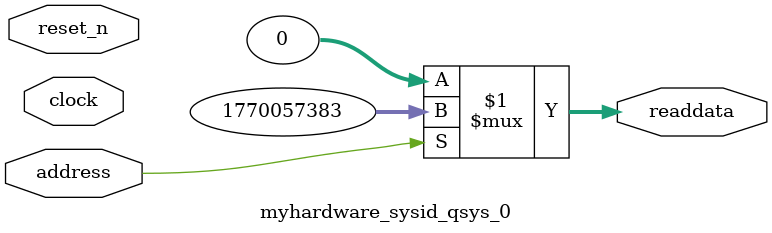
<source format=v>



// synthesis translate_off
`timescale 1ns / 1ps
// synthesis translate_on

// turn off superfluous verilog processor warnings 
// altera message_level Level1 
// altera message_off 10034 10035 10036 10037 10230 10240 10030 

module myhardware_sysid_qsys_0 (
               // inputs:
                address,
                clock,
                reset_n,

               // outputs:
                readdata
             )
;

  output  [ 31: 0] readdata;
  input            address;
  input            clock;
  input            reset_n;

  wire    [ 31: 0] readdata;
  //control_slave, which is an e_avalon_slave
  assign readdata = address ? 1770057383 : 0;

endmodule



</source>
